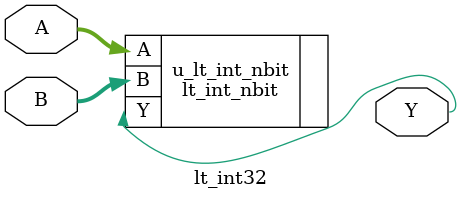
<source format=v>

module lt_int32 #(
    parameter WIDTH = 32,
    parameter IMPL_TYPE = 0
)(
    input [WIDTH-1:0] A,
    input [WIDTH-1:0] B,
    output Y
);

    lt_int_nbit #(
        .WIDTH(WIDTH),
        .IMPL_TYPE(IMPL_TYPE)
    ) u_lt_int_nbit (
        .A(A),
        .B(B),
        .Y(Y)
    );

endmodule

</source>
